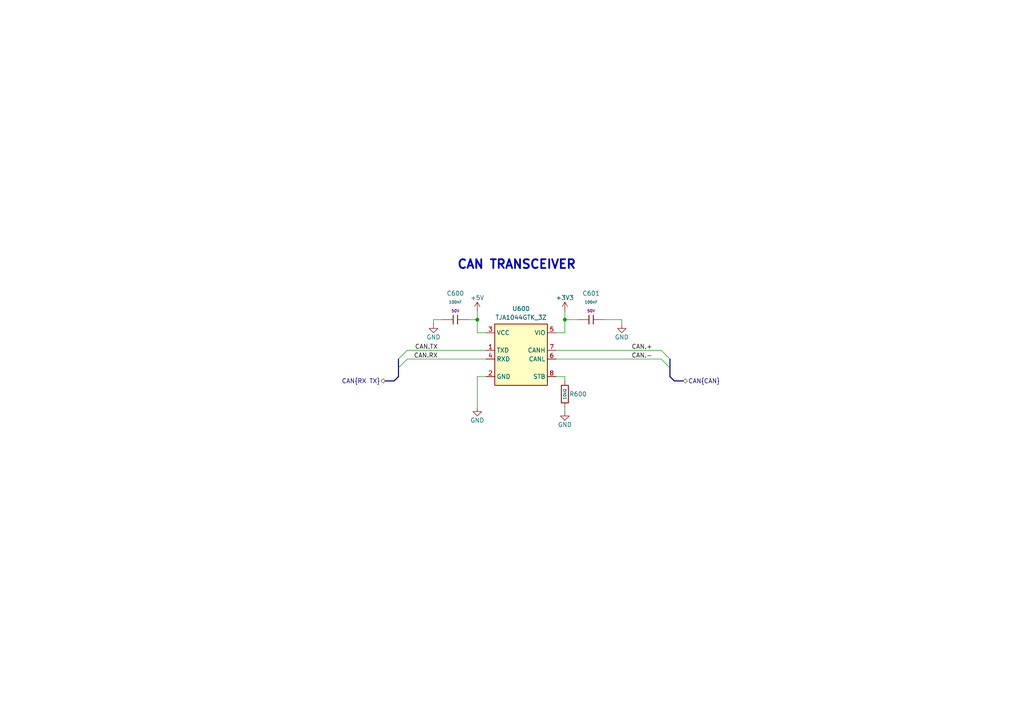
<source format=kicad_sch>
(kicad_sch (version 20231120) (generator "eeschema") (generator_version "8.0")
  (paper "A4")
  (title_block (title "ModuCard base module") (date "2025-02-18") (rev "1.0.0") (company "KoNaR") (comment 1 "Base project authors: Dominik Pluta, Artem Horiunov") (comment 2 "Project author: <author>"))
  (lib_symbols
    (symbol "PCM_JLCPCB-Capacitors:0402,100nF,(2)" (pin_numbers hide) (pin_names (offset 0))
      (property "Reference" "C" (at 2.032 1.668 0))
      (property "Value" "100nF" (at 2.032 -0.3782 0))
      (property "Voltage Rated" "50V" (at 2.032 -2.0462 0))
      (symbol "0402,100nF,(2)_0_1"
        (polyline (pts (xy -1.27 -0.635) (xy 1.27 -0.635)) (stroke (width 0.254)))
        (polyline (pts (xy -1.27 0.635) (xy 1.27 0.635)) (stroke (width 0.254)))
      )
      (symbol "0402,100nF,(2)_1_1"
        (pin passive line (at 0 3.81 270) (length 3.175) (name "~") (number "1"))
        (pin passive line (at 0 -3.81 90) (length 3.175) (name "~") (number "2"))
      )
    )
    (symbol "PCM_JLCPCB-Resistors:0402,10kΩ" (pin_numbers hide) (pin_names (offset 0))
      (property "Reference" "R" (at 1.778 0 0))
      (property "Value" "10kΩ" (at 0 0 90))
      (symbol "0402,10kΩ_0_1"
        (rectangle (start -1.016 2.54) (end 1.016 -2.54) (stroke (width 0.254)))
      )
      (symbol "0402,10kΩ_1_1"
        (pin passive line (at 0 3.81 270) (length 1.27) (name "~") (number "1"))
        (pin passive line (at 0 -3.81 90) (length 1.27) (name "~") (number "2"))
      )
    )
    (symbol "TJA1044GTK_3Z:TJA1044GTK_3Z"
      (property "Reference" "U4" (at 12.7 6.985 0))
      (property "Value" "TJA1044GTK_3Z" (at 12.7 4.445 0))
      (symbol "TJA1044GTK_3Z_1_1"
        (rectangle (start 5.08 2.54) (end 20.32 -15.24) (stroke (width 0.254)) (fill (type background)))
        (pin passive line (at 2.54 -5.08 0) (length 2.54) (name "TXD") (number "1"))
        (pin passive line (at 2.54 -12.7 0) (length 2.54) (name "GND") (number "2"))
        (pin power_in line (at 2.54 0 0) (length 2.54) (name "VCC") (number "3"))
        (pin passive line (at 2.54 -7.62 0) (length 2.54) (name "RXD") (number "4"))
        (pin power_in line (at 22.86 0 180) (length 2.54) (name "VIO") (number "5"))
        (pin passive line (at 22.86 -7.62 180) (length 2.54) (name "CANL") (number "6"))
        (pin passive line (at 22.86 -5.08 180) (length 2.54) (name "CANH") (number "7"))
        (pin passive line (at 22.86 -12.7 180) (length 2.54) (name "STB") (number "8"))
        (pin passive line (at 2.54 -12.7 0) (length 2.54) hide (name "EP") (number "9"))
      )
    )
    (symbol "power:+5V" (power) (pin_numbers hide) (pin_names (offset 0) hide)
      (property "Value" "+5V" (at 0 3.556 0))
      (symbol "+5V_0_1"
        (polyline (pts (xy -0.762 1.27) (xy 0 2.54)))
        (polyline (pts (xy 0 0) (xy 0 2.54)))
        (polyline (pts (xy 0 2.54) (xy 0.762 1.27)))
      )
      (symbol "+5V_1_1"
        (pin power_in line (at 0 0 90) (length 0) (name "~") (number "1"))
      )
    )
    (symbol "power:GND" (power) (pin_numbers hide) (pin_names (offset 0) hide)
      (property "Value" "GND" (at 0 -3.81 0))
      (symbol "GND_0_1"
        (polyline (pts (xy 0 0) (xy 0 -1.27) (xy 1.27 -1.27) (xy 0 -2.54) (xy -1.27 -1.27) (xy 0 -1.27)))
      )
      (symbol "GND_1_1"
        (pin power_in line (at 0 0 270) (length 0) (name "~") (number "1"))
      )
    )
  )
  (junction (at 163.83 92.71))
  (junction (at 138.43 92.71))
  (bus_entry (at 191.77 101.6) (size 2.54 2.54))
  (bus_entry (at 118.11 104.14) (size -2.54 2.54))
  (bus_entry (at 118.11 101.6) (size -2.54 2.54))
  (bus_entry (at 194.31 106.68) (size -2.54 -2.54))
  (wire (pts (xy 163.83 90.17) (xy 163.83 92.71)))
  (wire (pts (xy 163.83 109.22) (xy 163.83 110.49)))
  (wire (pts (xy 118.11 101.6) (xy 140.97 101.6)))
  (wire (pts (xy 161.29 109.22) (xy 163.83 109.22)))
  (wire (pts (xy 125.73 92.71) (xy 128.27 92.71)))
  (wire (pts (xy 163.83 92.71) (xy 167.64 92.71)))
  (wire (pts (xy 163.83 96.52) (xy 161.29 96.52)))
  (wire (pts (xy 140.97 109.22) (xy 138.43 109.22)))
  (wire (pts (xy 118.11 104.14) (xy 140.97 104.14)))
  (wire (pts (xy 135.89 92.71) (xy 138.43 92.71)))
  (bus (pts (xy 115.57 106.68) (xy 115.57 109.22)))
  (bus (pts (xy 111.76 110.49) (xy 114.3 110.49)))
  (wire (pts (xy 180.34 92.71) (xy 175.26 92.71)))
  (bus (pts (xy 194.31 106.68) (xy 194.31 109.22)))
  (wire (pts (xy 138.43 109.22) (xy 138.43 118.11)))
  (wire (pts (xy 125.73 93.98) (xy 125.73 92.71)))
  (wire (pts (xy 138.43 92.71) (xy 138.43 90.17)))
  (bus (pts (xy 195.58 110.49) (xy 198.12 110.49)))
  (wire (pts (xy 161.29 101.6) (xy 191.77 101.6)))
  (wire (pts (xy 180.34 93.98) (xy 180.34 92.71)))
  (bus (pts (xy 194.31 104.14) (xy 194.31 106.68)))
  (bus (pts (xy 194.31 109.22) (xy 195.58 110.49)))
  (bus (pts (xy 115.57 109.22) (xy 114.3 110.49)))
  (bus (pts (xy 115.57 104.14) (xy 115.57 106.68)))
  (wire (pts (xy 163.83 92.71) (xy 163.83 96.52)))
  (wire (pts (xy 161.29 104.14) (xy 191.77 104.14)))
  (wire (pts (xy 163.83 118.11) (xy 163.83 119.38)))
  (wire (pts (xy 140.97 96.52) (xy 138.43 96.52)))
  (wire (pts (xy 138.43 96.52) (xy 138.43 92.71)))
  (text "CAN TRANSCEIVER" (at 149.86 76.835 0) (effects (font (size 2.54 2.54) (thickness 0.508) (bold yes))))
  (label "CAN.+" (at 189.23 101.6 180))
  (label "CAN.RX" (at 127 104.14 180))
  (label "CAN.TX" (at 127 101.6 180))
  (label "CAN.-" (at 189.23 104.14 180))
  (hierarchical_label "CAN{CAN}" (shape bidirectional) (at 198.12 110.49 0))
  (hierarchical_label "CAN{RX TX}" (shape bidirectional) (at 111.76 110.49 180))
  (symbol (lib_id "power:+5V") (at 163.83 90.17 0) (unit 1)
    (property "Reference" "#PWR0601" (effects (hide yes)))
    (property "Value" "+3V3" (at 163.83 86.36 0))
    (property "Description" "Power symbol creates a global label with name \"+5V\"" (effects (hide yes)))
    (instances (project "base-module" (path "" (reference "#PWR0601") (unit 1)) (path "" (reference "#PWR0501") (unit 1))))
  )
  (symbol (lib_id "PCM_JLCPCB-Capacitors:0402,100nF,(2)") (at 171.45 92.71 90) (unit 1)
    (property "Reference" "C601" (at 171.45 85.09 90))
    (property "Value" "100nF" (at 171.45 87.63 90) (effects (font (size 0.8 0.8))))
    (property "Footprint" "PCM_JLCPCB:C_0402" (effects (hide yes)))
    (property "Datasheet" "https://www.lcsc.com/datasheet/lcsc_datasheet_2304140030_Samsung-Electro-Mechanics-CL05B104KB54PNC_C307331.pdf" (effects (hide yes)))
    (property "Description" "50V 100nF X7R ±10% 0402 Multilayer Ceramic Capacitors MLCC - SMD/SMT ROHS" (effects (hide yes)))
    (property "LCSC" "C307331" (effects (hide yes)))
    (property "Stock" "3851753" (effects (hide yes)))
    (property "Price" "0.008USD" (effects (hide yes)))
    (property "Process" "SMT" (effects (hide yes)))
    (property "Minimum Qty" "20" (effects (hide yes)))
    (property "Attrition Qty" "10" (effects (hide yes)))
    (property "Class" "Basic Component" (effects (hide yes)))
    (property "Category" "Capacitors,Multilayer Ceramic Capacitors MLCC - SMD/SMT" (effects (hide yes)))
    (property "Manufacturer" "Samsung Electro-Mechanics" (effects (hide yes)))
    (property "Part" "CL05B104KB54PNC" (effects (hide yes)))
    (property "Voltage Rated" "50V" (at 171.45 90.17 90) (effects (font (size 0.8 0.8))))
    (property "Tolerance" "±10%" (effects (hide yes)))
    (property "Capacitance" "100nF" (effects (hide yes)))
    (property "Temperature Coefficient" "X7R" (effects (hide yes)))
    (instances (project "" (path "" (reference "C601") (unit 1)) (path "" (reference "C501") (unit 1))))
  )
  (symbol (lib_id "TJA1044GTK_3Z:TJA1044GTK_3Z") (at 138.43 96.52 0) (unit 1)
    (property "Reference" "U600" (at 151.13 89.535 0))
    (property "Value" "TJA1044GTK_3Z" (at 151.13 92.075 0))
    (property "Footprint" "Package_SON:HVSON-8-1EP_3x3mm_P0.65mm_EP1.6x2.4mm" (effects (hide yes)))
    (property "Datasheet" "http://www.nxp.com/docs/en/data-sheet/TJA1044.pdf" (effects (hide yes)))
    (property "Description" "CAN Interface IC High-speed CAN transceiver with Standby mode" (effects (hide yes)))
    (property "Manufacturer_Name" "NXP" (effects (hide yes)))
    (property "Manufacturer_Part_Number" "TJA1044GTK/3Z" (effects (hide yes)))
    (instances (project "base-module" (path "" (reference "U600") (unit 1)) (path "" (reference "U500") (unit 1))))
  )
  (symbol (lib_id "PCM_JLCPCB-Resistors:0402,10kΩ") (at 163.83 114.3 0) (unit 1)
    (property "Reference" "R600" (at 165.1 114.3 0) (effects (justify left)))
    (property "Value" "10kΩ" (at 163.83 114.3 90) (effects (font (size 0.8 0.8))))
    (property "Footprint" "PCM_JLCPCB:R_0402" (effects (hide yes)))
    (property "Datasheet" "https://www.lcsc.com/datasheet/lcsc_datasheet_2411221126_UNI-ROYAL-Uniroyal-Elec-0402WGF1002TCE_C25744.pdf" (effects (hide yes)))
    (property "Description" "62.5mW Thick Film Resistors 50V ±100ppm/°C ±1% 10kΩ 0402 Chip Resistor - Surface Mount ROHS" (effects (hide yes)))
    (property "LCSC" "C25744" (effects (hide yes)))
    (property "Stock" "14017682" (effects (hide yes)))
    (property "Price" "0.004USD" (effects (hide yes)))
    (property "Process" "SMT" (effects (hide yes)))
    (property "Minimum Qty" "5" (effects (hide yes)))
    (property "Attrition Qty" "0" (effects (hide yes)))
    (property "Class" "Basic Component" (effects (hide yes)))
    (property "Category" "Resistors,Chip Resistor - Surface Mount" (effects (hide yes)))
    (property "Manufacturer" "UNI-ROYAL(Uniroyal Elec)" (effects (hide yes)))
    (property "Part" "0402WGF1002TCE" (effects (hide yes)))
    (property "Resistance" "10kΩ" (effects (hide yes)))
    (property "Power(Watts)" "62.5mW" (effects (hide yes)))
    (property "Type" "Thick Film Resistors" (effects (hide yes)))
    (property "Overload Voltage (Max)" "50V" (effects (hide yes)))
    (property "Operating Temperature Range" "-55°C~+155°C" (effects (hide yes)))
    (property "Tolerance" "±1%" (effects (hide yes)))
    (property "Temperature Coefficient" "±100ppm/°C" (effects (hide yes)))
    (instances (project "" (path "" (reference "R600") (unit 1)) (path "" (reference "R500") (unit 1))))
  )
  (symbol (lib_id "power:+5V") (at 138.43 90.17 0) (unit 1)
    (property "Reference" "#PWR0600" (effects (hide yes)))
    (property "Value" "+5V" (at 138.43 86.36 0))
    (property "Description" "Power symbol creates a global label with name \"+5V\"" (effects (hide yes)))
    (instances (project "base-module" (path "" (reference "#PWR0600") (unit 1)) (path "" (reference "#PWR0500") (unit 1))))
  )
  (symbol (lib_id "PCM_JLCPCB-Capacitors:0402,100nF,(2)") (at 132.08 92.71 90) (unit 1)
    (property "Reference" "C600" (at 132.08 85.09 90))
    (property "Value" "100nF" (at 132.08 87.63 90) (effects (font (size 0.8 0.8))))
    (property "Footprint" "PCM_JLCPCB:C_0402" (effects (hide yes)))
    (property "Datasheet" "https://www.lcsc.com/datasheet/lcsc_datasheet_2304140030_Samsung-Electro-Mechanics-CL05B104KB54PNC_C307331.pdf" (effects (hide yes)))
    (property "Description" "50V 100nF X7R ±10% 0402 Multilayer Ceramic Capacitors MLCC - SMD/SMT ROHS" (effects (hide yes)))
    (property "LCSC" "C307331" (effects (hide yes)))
    (property "Stock" "3851753" (effects (hide yes)))
    (property "Price" "0.008USD" (effects (hide yes)))
    (property "Process" "SMT" (effects (hide yes)))
    (property "Minimum Qty" "20" (effects (hide yes)))
    (property "Attrition Qty" "10" (effects (hide yes)))
    (property "Class" "Basic Component" (effects (hide yes)))
    (property "Category" "Capacitors,Multilayer Ceramic Capacitors MLCC - SMD/SMT" (effects (hide yes)))
    (property "Manufacturer" "Samsung Electro-Mechanics" (effects (hide yes)))
    (property "Part" "CL05B104KB54PNC" (effects (hide yes)))
    (property "Voltage Rated" "50V" (at 132.08 90.17 90) (effects (font (size 0.8 0.8))))
    (property "Tolerance" "±10%" (effects (hide yes)))
    (property "Capacitance" "100nF" (effects (hide yes)))
    (property "Temperature Coefficient" "X7R" (effects (hide yes)))
    (instances (project "base-module" (path "" (reference "C600") (unit 1)) (path "" (reference "C500") (unit 1))))
  )
  (symbol (lib_id "power:GND") (at 125.73 93.98 0) (unit 1)
    (property "Reference" "#PWR0602" (effects (hide yes)))
    (property "Value" "GND" (at 125.73 97.79 0))
    (property "Description" "Power symbol creates a global label with name \"GND\" , ground" (effects (hide yes)))
    (instances (project "base-module" (path "" (reference "#PWR0602") (unit 1)) (path "" (reference "#PWR0502") (unit 1))))
  )
  (symbol (lib_id "power:GND") (at 163.83 119.38 0) (unit 1)
    (property "Reference" "#PWR0605" (effects (hide yes)))
    (property "Value" "GND" (at 163.83 123.19 0))
    (property "Description" "Power symbol creates a global label with name \"GND\" , ground" (effects (hide yes)))
    (instances (project "base-module" (path "" (reference "#PWR0605") (unit 1)) (path "" (reference "#PWR0505") (unit 1))))
  )
  (symbol (lib_id "power:GND") (at 180.34 93.98 0) (mirror y) (unit 1)
    (property "Reference" "#PWR0603" (effects (hide yes)))
    (property "Value" "GND" (at 180.34 97.79 0))
    (property "Description" "Power symbol creates a global label with name \"GND\" , ground" (effects (hide yes)))
    (instances (project "base-module" (path "" (reference "#PWR0603") (unit 1)) (path "" (reference "#PWR0503") (unit 1))))
  )
  (symbol (lib_id "power:GND") (at 138.43 118.11 0) (unit 1)
    (property "Reference" "#PWR0604" (effects (hide yes)))
    (property "Value" "GND" (at 138.43 121.92 0))
    (property "Description" "Power symbol creates a global label with name \"GND\" , ground" (effects (hide yes)))
    (instances (project "base-module" (path "" (reference "#PWR0604") (unit 1)) (path "" (reference "#PWR0504") (unit 1))))
  )
)
</source>
